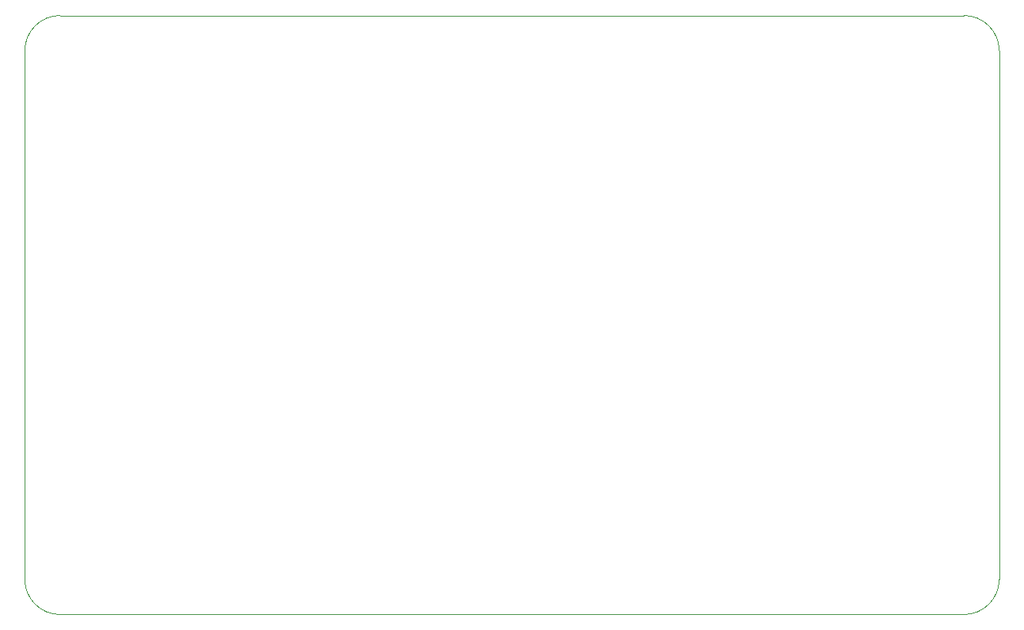
<source format=gbr>
%TF.GenerationSoftware,KiCad,Pcbnew,7.0.9*%
%TF.CreationDate,2024-02-07T13:51:38-05:00*%
%TF.ProjectId,fydp,66796470-2e6b-4696-9361-645f70636258,rev?*%
%TF.SameCoordinates,Original*%
%TF.FileFunction,Profile,NP*%
%FSLAX46Y46*%
G04 Gerber Fmt 4.6, Leading zero omitted, Abs format (unit mm)*
G04 Created by KiCad (PCBNEW 7.0.9) date 2024-02-07 13:51:38*
%MOMM*%
%LPD*%
G01*
G04 APERTURE LIST*
%TA.AperFunction,Profile*%
%ADD10C,0.100000*%
%TD*%
G04 APERTURE END LIST*
D10*
X207250000Y-135500000D02*
X110750000Y-135500000D01*
X110750000Y-71500000D02*
G75*
G03*
X107000000Y-75250000I0J-3750000D01*
G01*
X211000000Y-75250000D02*
X211000000Y-131750000D01*
X107000000Y-131750000D02*
X107000000Y-75250000D01*
X211000000Y-75250000D02*
G75*
G03*
X207250000Y-71500000I-3750000J0D01*
G01*
X207250000Y-71500000D02*
X110750000Y-71500000D01*
X207250000Y-135500000D02*
G75*
G03*
X211000000Y-131750000I0J3750000D01*
G01*
X107000000Y-131750000D02*
G75*
G03*
X110750000Y-135500000I3750000J0D01*
G01*
M02*

</source>
